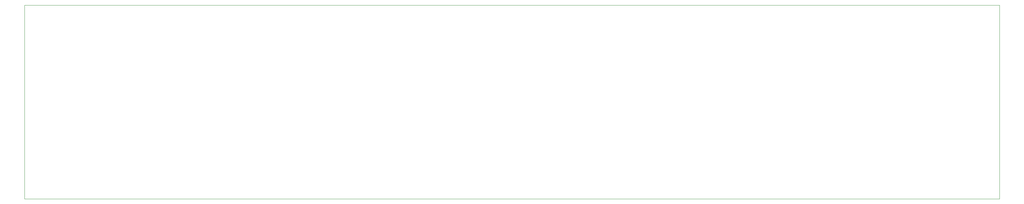
<source format=gbr>
%TF.GenerationSoftware,KiCad,Pcbnew,6.0.10-86aedd382b~118~ubuntu22.04.1*%
%TF.CreationDate,2023-01-16T13:23:36+01:00*%
%TF.ProjectId,tandberg-usb,74616e64-6265-4726-972d-7573622e6b69,rev?*%
%TF.SameCoordinates,Original*%
%TF.FileFunction,Profile,NP*%
%FSLAX46Y46*%
G04 Gerber Fmt 4.6, Leading zero omitted, Abs format (unit mm)*
G04 Created by KiCad (PCBNEW 6.0.10-86aedd382b~118~ubuntu22.04.1) date 2023-01-16 13:23:36*
%MOMM*%
%LPD*%
G01*
G04 APERTURE LIST*
%TA.AperFunction,Profile*%
%ADD10C,0.100000*%
%TD*%
G04 APERTURE END LIST*
D10*
X21000000Y-24000000D02*
X277000000Y-24000000D01*
X277000000Y-24000000D02*
X277000000Y-75000000D01*
X277000000Y-75000000D02*
X21000000Y-75000000D01*
X21000000Y-75000000D02*
X21000000Y-24000000D01*
M02*

</source>
